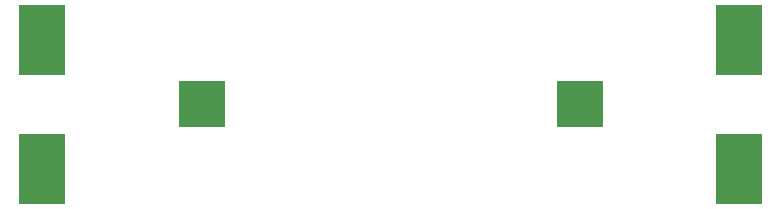
<source format=gbr>
G04 #@! TF.GenerationSoftware,KiCad,Pcbnew,5.1.5+dfsg1-2build2*
G04 #@! TF.CreationDate,2021-12-15T11:20:51+01:00*
G04 #@! TF.ProjectId,BitBadge,42697442-6164-4676-952e-6b696361645f,rev?*
G04 #@! TF.SameCoordinates,Original*
G04 #@! TF.FileFunction,Paste,Bot*
G04 #@! TF.FilePolarity,Positive*
%FSLAX46Y46*%
G04 Gerber Fmt 4.6, Leading zero omitted, Abs format (unit mm)*
G04 Created by KiCad (PCBNEW 5.1.5+dfsg1-2build2) date 2021-12-15 11:20:51*
%MOMM*%
%LPD*%
G04 APERTURE LIST*
%ADD10R,4.000000X4.000000*%
%ADD11R,4.000000X6.000000*%
G04 APERTURE END LIST*
D10*
X84000000Y-100000000D03*
X116000000Y-100000000D03*
D11*
X70500000Y-105450000D03*
X129500000Y-105450000D03*
X70500000Y-94550000D03*
X129500000Y-94550000D03*
M02*

</source>
